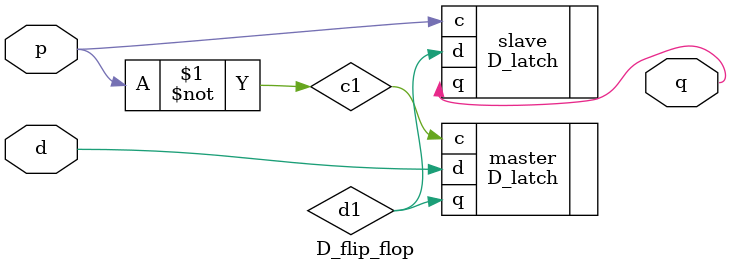
<source format=v>
/*
    rete sequenziale asincrona, NON trasparente
    versione master-slave
    ***************************************
    quando p va da 0 a 1 campiona d e lo mantiene
    altrimenti conserva
*/

module D_flip_flop (
    p, d, q
);
    input p, d;
    output q;

    wire c1, d1;
    assign c1 = ~p;

    D_latch master(.d(d), .c(c1), .q(d1));
    D_latch slave(.d(d1), .c(p), .q(q));
endmodule

/*
    d deve mantenersi per Tsetup prima e Thold dopo
    il fronte di salita di p.
    q cambia dopo Tprop rispetto al fronte di salita di p 
*/
/*
    link per vedere la simulazione:
    http://digitaljs.tilk.eu/#b8b5cb4b57634db9188e45cd1ef8df436367e3f6484edc7eee8f75e41c2a0842
*/
</source>
